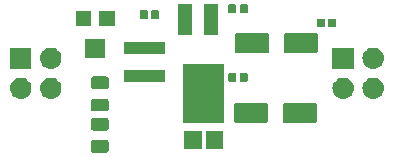
<source format=gbr>
G04 #@! TF.GenerationSoftware,KiCad,Pcbnew,(5.1.2)-2*
G04 #@! TF.CreationDate,2020-05-22T00:57:25-04:00*
G04 #@! TF.ProjectId,SWSupply,53575375-7070-46c7-992e-6b696361645f,rev?*
G04 #@! TF.SameCoordinates,Original*
G04 #@! TF.FileFunction,Soldermask,Top*
G04 #@! TF.FilePolarity,Negative*
%FSLAX46Y46*%
G04 Gerber Fmt 4.6, Leading zero omitted, Abs format (unit mm)*
G04 Created by KiCad (PCBNEW (5.1.2)-2) date 2020-05-22 00:57:25*
%MOMM*%
%LPD*%
G04 APERTURE LIST*
%ADD10C,0.100000*%
G04 APERTURE END LIST*
D10*
G36*
X159884468Y-122503565D02*
G01*
X159923138Y-122515296D01*
X159958777Y-122534346D01*
X159990017Y-122559983D01*
X160015654Y-122591223D01*
X160034704Y-122626862D01*
X160046435Y-122665532D01*
X160051000Y-122711888D01*
X160051000Y-123363112D01*
X160046435Y-123409468D01*
X160034704Y-123448138D01*
X160015654Y-123483777D01*
X159990017Y-123515017D01*
X159958777Y-123540654D01*
X159923138Y-123559704D01*
X159884468Y-123571435D01*
X159838112Y-123576000D01*
X158761888Y-123576000D01*
X158715532Y-123571435D01*
X158676862Y-123559704D01*
X158641223Y-123540654D01*
X158609983Y-123515017D01*
X158584346Y-123483777D01*
X158565296Y-123448138D01*
X158553565Y-123409468D01*
X158549000Y-123363112D01*
X158549000Y-122711888D01*
X158553565Y-122665532D01*
X158565296Y-122626862D01*
X158584346Y-122591223D01*
X158609983Y-122559983D01*
X158641223Y-122534346D01*
X158676862Y-122515296D01*
X158715532Y-122503565D01*
X158761888Y-122499000D01*
X159838112Y-122499000D01*
X159884468Y-122503565D01*
X159884468Y-122503565D01*
G37*
G36*
X169771000Y-123262000D02*
G01*
X168269000Y-123262000D01*
X168269000Y-121770000D01*
X169771000Y-121770000D01*
X169771000Y-123262000D01*
X169771000Y-123262000D01*
G37*
G36*
X167931000Y-123262000D02*
G01*
X166429000Y-123262000D01*
X166429000Y-121770000D01*
X167931000Y-121770000D01*
X167931000Y-123262000D01*
X167931000Y-123262000D01*
G37*
G36*
X159884468Y-120628565D02*
G01*
X159923138Y-120640296D01*
X159958777Y-120659346D01*
X159990017Y-120684983D01*
X160015654Y-120716223D01*
X160034704Y-120751862D01*
X160046435Y-120790532D01*
X160051000Y-120836888D01*
X160051000Y-121488112D01*
X160046435Y-121534468D01*
X160034704Y-121573138D01*
X160015654Y-121608777D01*
X159990017Y-121640017D01*
X159958777Y-121665654D01*
X159923138Y-121684704D01*
X159884468Y-121696435D01*
X159838112Y-121701000D01*
X158761888Y-121701000D01*
X158715532Y-121696435D01*
X158676862Y-121684704D01*
X158641223Y-121665654D01*
X158609983Y-121640017D01*
X158584346Y-121608777D01*
X158565296Y-121573138D01*
X158553565Y-121534468D01*
X158549000Y-121488112D01*
X158549000Y-120836888D01*
X158553565Y-120790532D01*
X158565296Y-120751862D01*
X158584346Y-120716223D01*
X158609983Y-120684983D01*
X158641223Y-120659346D01*
X158676862Y-120640296D01*
X158715532Y-120628565D01*
X158761888Y-120624000D01*
X159838112Y-120624000D01*
X159884468Y-120628565D01*
X159884468Y-120628565D01*
G37*
G36*
X177530998Y-119378052D02*
G01*
X177564653Y-119388262D01*
X177595666Y-119404839D01*
X177622852Y-119427150D01*
X177645163Y-119454336D01*
X177661740Y-119485349D01*
X177671950Y-119519004D01*
X177676001Y-119560139D01*
X177676001Y-120889863D01*
X177671950Y-120930998D01*
X177661740Y-120964653D01*
X177645163Y-120995666D01*
X177622852Y-121022852D01*
X177595666Y-121045163D01*
X177564653Y-121061740D01*
X177530998Y-121071950D01*
X177489863Y-121076001D01*
X174985139Y-121076001D01*
X174944004Y-121071950D01*
X174910349Y-121061740D01*
X174879336Y-121045163D01*
X174852150Y-121022852D01*
X174829839Y-120995666D01*
X174813262Y-120964653D01*
X174803052Y-120930998D01*
X174799001Y-120889863D01*
X174799001Y-119560139D01*
X174803052Y-119519004D01*
X174813262Y-119485349D01*
X174829839Y-119454336D01*
X174852150Y-119427150D01*
X174879336Y-119404839D01*
X174910349Y-119388262D01*
X174944004Y-119378052D01*
X174985139Y-119374001D01*
X177489863Y-119374001D01*
X177530998Y-119378052D01*
X177530998Y-119378052D01*
G37*
G36*
X173405998Y-119378052D02*
G01*
X173439653Y-119388262D01*
X173470666Y-119404839D01*
X173497852Y-119427150D01*
X173520163Y-119454336D01*
X173536740Y-119485349D01*
X173546950Y-119519004D01*
X173551001Y-119560139D01*
X173551001Y-120889863D01*
X173546950Y-120930998D01*
X173536740Y-120964653D01*
X173520163Y-120995666D01*
X173497852Y-121022852D01*
X173470666Y-121045163D01*
X173439653Y-121061740D01*
X173405998Y-121071950D01*
X173364863Y-121076001D01*
X170860139Y-121076001D01*
X170819004Y-121071950D01*
X170785349Y-121061740D01*
X170754336Y-121045163D01*
X170727150Y-121022852D01*
X170704839Y-120995666D01*
X170688262Y-120964653D01*
X170678052Y-120930998D01*
X170674001Y-120889863D01*
X170674001Y-119560139D01*
X170678052Y-119519004D01*
X170688262Y-119485349D01*
X170704839Y-119454336D01*
X170727150Y-119427150D01*
X170754336Y-119404839D01*
X170785349Y-119388262D01*
X170819004Y-119378052D01*
X170860139Y-119374001D01*
X173364863Y-119374001D01*
X173405998Y-119378052D01*
X173405998Y-119378052D01*
G37*
G36*
X169831000Y-121026000D02*
G01*
X166369000Y-121026000D01*
X166369000Y-116064000D01*
X169831000Y-116064000D01*
X169831000Y-121026000D01*
X169831000Y-121026000D01*
G37*
G36*
X159884468Y-119003565D02*
G01*
X159923138Y-119015296D01*
X159958777Y-119034346D01*
X159990017Y-119059983D01*
X160015654Y-119091223D01*
X160034704Y-119126862D01*
X160046435Y-119165532D01*
X160051000Y-119211888D01*
X160051000Y-119863112D01*
X160046435Y-119909468D01*
X160034704Y-119948138D01*
X160015654Y-119983777D01*
X159990017Y-120015017D01*
X159958777Y-120040654D01*
X159923138Y-120059704D01*
X159884468Y-120071435D01*
X159838112Y-120076000D01*
X158761888Y-120076000D01*
X158715532Y-120071435D01*
X158676862Y-120059704D01*
X158641223Y-120040654D01*
X158609983Y-120015017D01*
X158584346Y-119983777D01*
X158565296Y-119948138D01*
X158553565Y-119909468D01*
X158549000Y-119863112D01*
X158549000Y-119211888D01*
X158553565Y-119165532D01*
X158565296Y-119126862D01*
X158584346Y-119091223D01*
X158609983Y-119059983D01*
X158641223Y-119034346D01*
X158676862Y-119015296D01*
X158715532Y-119003565D01*
X158761888Y-118999000D01*
X159838112Y-118999000D01*
X159884468Y-119003565D01*
X159884468Y-119003565D01*
G37*
G36*
X152710442Y-117225518D02*
G01*
X152776627Y-117232037D01*
X152946466Y-117283557D01*
X153102991Y-117367222D01*
X153134706Y-117393250D01*
X153240186Y-117479814D01*
X153304212Y-117557831D01*
X153352778Y-117617009D01*
X153436443Y-117773534D01*
X153487963Y-117943373D01*
X153505359Y-118120000D01*
X153487963Y-118296627D01*
X153436443Y-118466466D01*
X153352778Y-118622991D01*
X153323448Y-118658729D01*
X153240186Y-118760186D01*
X153138729Y-118843448D01*
X153102991Y-118872778D01*
X152946466Y-118956443D01*
X152776627Y-119007963D01*
X152710443Y-119014481D01*
X152644260Y-119021000D01*
X152555740Y-119021000D01*
X152489557Y-119014481D01*
X152423373Y-119007963D01*
X152253534Y-118956443D01*
X152097009Y-118872778D01*
X152061271Y-118843448D01*
X151959814Y-118760186D01*
X151876552Y-118658729D01*
X151847222Y-118622991D01*
X151763557Y-118466466D01*
X151712037Y-118296627D01*
X151694641Y-118120000D01*
X151712037Y-117943373D01*
X151763557Y-117773534D01*
X151847222Y-117617009D01*
X151895788Y-117557831D01*
X151959814Y-117479814D01*
X152065294Y-117393250D01*
X152097009Y-117367222D01*
X152253534Y-117283557D01*
X152423373Y-117232037D01*
X152489558Y-117225518D01*
X152555740Y-117219000D01*
X152644260Y-117219000D01*
X152710442Y-117225518D01*
X152710442Y-117225518D01*
G37*
G36*
X155250442Y-117225518D02*
G01*
X155316627Y-117232037D01*
X155486466Y-117283557D01*
X155642991Y-117367222D01*
X155674706Y-117393250D01*
X155780186Y-117479814D01*
X155844212Y-117557831D01*
X155892778Y-117617009D01*
X155976443Y-117773534D01*
X156027963Y-117943373D01*
X156045359Y-118120000D01*
X156027963Y-118296627D01*
X155976443Y-118466466D01*
X155892778Y-118622991D01*
X155863448Y-118658729D01*
X155780186Y-118760186D01*
X155678729Y-118843448D01*
X155642991Y-118872778D01*
X155486466Y-118956443D01*
X155316627Y-119007963D01*
X155250443Y-119014481D01*
X155184260Y-119021000D01*
X155095740Y-119021000D01*
X155029557Y-119014481D01*
X154963373Y-119007963D01*
X154793534Y-118956443D01*
X154637009Y-118872778D01*
X154601271Y-118843448D01*
X154499814Y-118760186D01*
X154416552Y-118658729D01*
X154387222Y-118622991D01*
X154303557Y-118466466D01*
X154252037Y-118296627D01*
X154234641Y-118120000D01*
X154252037Y-117943373D01*
X154303557Y-117773534D01*
X154387222Y-117617009D01*
X154435788Y-117557831D01*
X154499814Y-117479814D01*
X154605294Y-117393250D01*
X154637009Y-117367222D01*
X154793534Y-117283557D01*
X154963373Y-117232037D01*
X155029558Y-117225518D01*
X155095740Y-117219000D01*
X155184260Y-117219000D01*
X155250442Y-117225518D01*
X155250442Y-117225518D01*
G37*
G36*
X182550442Y-117225518D02*
G01*
X182616627Y-117232037D01*
X182786466Y-117283557D01*
X182942991Y-117367222D01*
X182974706Y-117393250D01*
X183080186Y-117479814D01*
X183144212Y-117557831D01*
X183192778Y-117617009D01*
X183276443Y-117773534D01*
X183327963Y-117943373D01*
X183345359Y-118120000D01*
X183327963Y-118296627D01*
X183276443Y-118466466D01*
X183192778Y-118622991D01*
X183163448Y-118658729D01*
X183080186Y-118760186D01*
X182978729Y-118843448D01*
X182942991Y-118872778D01*
X182786466Y-118956443D01*
X182616627Y-119007963D01*
X182550443Y-119014481D01*
X182484260Y-119021000D01*
X182395740Y-119021000D01*
X182329557Y-119014481D01*
X182263373Y-119007963D01*
X182093534Y-118956443D01*
X181937009Y-118872778D01*
X181901271Y-118843448D01*
X181799814Y-118760186D01*
X181716552Y-118658729D01*
X181687222Y-118622991D01*
X181603557Y-118466466D01*
X181552037Y-118296627D01*
X181534641Y-118120000D01*
X181552037Y-117943373D01*
X181603557Y-117773534D01*
X181687222Y-117617009D01*
X181735788Y-117557831D01*
X181799814Y-117479814D01*
X181905294Y-117393250D01*
X181937009Y-117367222D01*
X182093534Y-117283557D01*
X182263373Y-117232037D01*
X182329558Y-117225518D01*
X182395740Y-117219000D01*
X182484260Y-117219000D01*
X182550442Y-117225518D01*
X182550442Y-117225518D01*
G37*
G36*
X180010442Y-117225518D02*
G01*
X180076627Y-117232037D01*
X180246466Y-117283557D01*
X180402991Y-117367222D01*
X180434706Y-117393250D01*
X180540186Y-117479814D01*
X180604212Y-117557831D01*
X180652778Y-117617009D01*
X180736443Y-117773534D01*
X180787963Y-117943373D01*
X180805359Y-118120000D01*
X180787963Y-118296627D01*
X180736443Y-118466466D01*
X180652778Y-118622991D01*
X180623448Y-118658729D01*
X180540186Y-118760186D01*
X180438729Y-118843448D01*
X180402991Y-118872778D01*
X180246466Y-118956443D01*
X180076627Y-119007963D01*
X180010443Y-119014481D01*
X179944260Y-119021000D01*
X179855740Y-119021000D01*
X179789557Y-119014481D01*
X179723373Y-119007963D01*
X179553534Y-118956443D01*
X179397009Y-118872778D01*
X179361271Y-118843448D01*
X179259814Y-118760186D01*
X179176552Y-118658729D01*
X179147222Y-118622991D01*
X179063557Y-118466466D01*
X179012037Y-118296627D01*
X178994641Y-118120000D01*
X179012037Y-117943373D01*
X179063557Y-117773534D01*
X179147222Y-117617009D01*
X179195788Y-117557831D01*
X179259814Y-117479814D01*
X179365294Y-117393250D01*
X179397009Y-117367222D01*
X179553534Y-117283557D01*
X179723373Y-117232037D01*
X179789558Y-117225518D01*
X179855740Y-117219000D01*
X179944260Y-117219000D01*
X180010442Y-117225518D01*
X180010442Y-117225518D01*
G37*
G36*
X159884468Y-117128565D02*
G01*
X159923138Y-117140296D01*
X159958777Y-117159346D01*
X159990017Y-117184983D01*
X160015654Y-117216223D01*
X160034704Y-117251862D01*
X160046435Y-117290532D01*
X160051000Y-117336888D01*
X160051000Y-117988112D01*
X160046435Y-118034468D01*
X160034704Y-118073138D01*
X160015654Y-118108777D01*
X159990017Y-118140017D01*
X159958777Y-118165654D01*
X159923138Y-118184704D01*
X159884468Y-118196435D01*
X159838112Y-118201000D01*
X158761888Y-118201000D01*
X158715532Y-118196435D01*
X158676862Y-118184704D01*
X158641223Y-118165654D01*
X158609983Y-118140017D01*
X158584346Y-118108777D01*
X158565296Y-118073138D01*
X158553565Y-118034468D01*
X158549000Y-117988112D01*
X158549000Y-117336888D01*
X158553565Y-117290532D01*
X158565296Y-117251862D01*
X158584346Y-117216223D01*
X158609983Y-117184983D01*
X158641223Y-117159346D01*
X158676862Y-117140296D01*
X158715532Y-117128565D01*
X158761888Y-117124000D01*
X159838112Y-117124000D01*
X159884468Y-117128565D01*
X159884468Y-117128565D01*
G37*
G36*
X164851000Y-117626000D02*
G01*
X161349000Y-117626000D01*
X161349000Y-116544000D01*
X164851000Y-116544000D01*
X164851000Y-117626000D01*
X164851000Y-117626000D01*
G37*
G36*
X170771938Y-116831716D02*
G01*
X170792557Y-116837971D01*
X170811553Y-116848124D01*
X170828208Y-116861792D01*
X170841876Y-116878447D01*
X170852029Y-116897443D01*
X170858284Y-116918062D01*
X170861000Y-116945640D01*
X170861000Y-117454360D01*
X170858284Y-117481938D01*
X170852029Y-117502557D01*
X170841876Y-117521553D01*
X170828208Y-117538208D01*
X170811553Y-117551876D01*
X170792557Y-117562029D01*
X170771938Y-117568284D01*
X170744360Y-117571000D01*
X170285640Y-117571000D01*
X170258062Y-117568284D01*
X170237443Y-117562029D01*
X170218447Y-117551876D01*
X170201792Y-117538208D01*
X170188124Y-117521553D01*
X170177971Y-117502557D01*
X170171716Y-117481938D01*
X170169000Y-117454360D01*
X170169000Y-116945640D01*
X170171716Y-116918062D01*
X170177971Y-116897443D01*
X170188124Y-116878447D01*
X170201792Y-116861792D01*
X170218447Y-116848124D01*
X170237443Y-116837971D01*
X170258062Y-116831716D01*
X170285640Y-116829000D01*
X170744360Y-116829000D01*
X170771938Y-116831716D01*
X170771938Y-116831716D01*
G37*
G36*
X171741938Y-116831716D02*
G01*
X171762557Y-116837971D01*
X171781553Y-116848124D01*
X171798208Y-116861792D01*
X171811876Y-116878447D01*
X171822029Y-116897443D01*
X171828284Y-116918062D01*
X171831000Y-116945640D01*
X171831000Y-117454360D01*
X171828284Y-117481938D01*
X171822029Y-117502557D01*
X171811876Y-117521553D01*
X171798208Y-117538208D01*
X171781553Y-117551876D01*
X171762557Y-117562029D01*
X171741938Y-117568284D01*
X171714360Y-117571000D01*
X171255640Y-117571000D01*
X171228062Y-117568284D01*
X171207443Y-117562029D01*
X171188447Y-117551876D01*
X171171792Y-117538208D01*
X171158124Y-117521553D01*
X171147971Y-117502557D01*
X171141716Y-117481938D01*
X171139000Y-117454360D01*
X171139000Y-116945640D01*
X171141716Y-116918062D01*
X171147971Y-116897443D01*
X171158124Y-116878447D01*
X171171792Y-116861792D01*
X171188447Y-116848124D01*
X171207443Y-116837971D01*
X171228062Y-116831716D01*
X171255640Y-116829000D01*
X171714360Y-116829000D01*
X171741938Y-116831716D01*
X171741938Y-116831716D01*
G37*
G36*
X180801000Y-116481000D02*
G01*
X178999000Y-116481000D01*
X178999000Y-114679000D01*
X180801000Y-114679000D01*
X180801000Y-116481000D01*
X180801000Y-116481000D01*
G37*
G36*
X155250442Y-114685518D02*
G01*
X155316627Y-114692037D01*
X155486466Y-114743557D01*
X155642991Y-114827222D01*
X155678729Y-114856552D01*
X155780186Y-114939814D01*
X155834500Y-115005997D01*
X155892778Y-115077009D01*
X155976443Y-115233534D01*
X156027963Y-115403373D01*
X156045359Y-115580000D01*
X156027963Y-115756627D01*
X155976443Y-115926466D01*
X155892778Y-116082991D01*
X155863448Y-116118729D01*
X155780186Y-116220186D01*
X155678729Y-116303448D01*
X155642991Y-116332778D01*
X155486466Y-116416443D01*
X155316627Y-116467963D01*
X155250442Y-116474482D01*
X155184260Y-116481000D01*
X155095740Y-116481000D01*
X155029558Y-116474482D01*
X154963373Y-116467963D01*
X154793534Y-116416443D01*
X154637009Y-116332778D01*
X154601271Y-116303448D01*
X154499814Y-116220186D01*
X154416552Y-116118729D01*
X154387222Y-116082991D01*
X154303557Y-115926466D01*
X154252037Y-115756627D01*
X154234641Y-115580000D01*
X154252037Y-115403373D01*
X154303557Y-115233534D01*
X154387222Y-115077009D01*
X154445500Y-115005997D01*
X154499814Y-114939814D01*
X154601271Y-114856552D01*
X154637009Y-114827222D01*
X154793534Y-114743557D01*
X154963373Y-114692037D01*
X155029558Y-114685518D01*
X155095740Y-114679000D01*
X155184260Y-114679000D01*
X155250442Y-114685518D01*
X155250442Y-114685518D01*
G37*
G36*
X182550442Y-114685518D02*
G01*
X182616627Y-114692037D01*
X182786466Y-114743557D01*
X182942991Y-114827222D01*
X182978729Y-114856552D01*
X183080186Y-114939814D01*
X183134500Y-115005997D01*
X183192778Y-115077009D01*
X183276443Y-115233534D01*
X183327963Y-115403373D01*
X183345359Y-115580000D01*
X183327963Y-115756627D01*
X183276443Y-115926466D01*
X183192778Y-116082991D01*
X183163448Y-116118729D01*
X183080186Y-116220186D01*
X182978729Y-116303448D01*
X182942991Y-116332778D01*
X182786466Y-116416443D01*
X182616627Y-116467963D01*
X182550442Y-116474482D01*
X182484260Y-116481000D01*
X182395740Y-116481000D01*
X182329558Y-116474482D01*
X182263373Y-116467963D01*
X182093534Y-116416443D01*
X181937009Y-116332778D01*
X181901271Y-116303448D01*
X181799814Y-116220186D01*
X181716552Y-116118729D01*
X181687222Y-116082991D01*
X181603557Y-115926466D01*
X181552037Y-115756627D01*
X181534641Y-115580000D01*
X181552037Y-115403373D01*
X181603557Y-115233534D01*
X181687222Y-115077009D01*
X181745500Y-115005997D01*
X181799814Y-114939814D01*
X181901271Y-114856552D01*
X181937009Y-114827222D01*
X182093534Y-114743557D01*
X182263373Y-114692037D01*
X182329558Y-114685518D01*
X182395740Y-114679000D01*
X182484260Y-114679000D01*
X182550442Y-114685518D01*
X182550442Y-114685518D01*
G37*
G36*
X153501000Y-116481000D02*
G01*
X151699000Y-116481000D01*
X151699000Y-114679000D01*
X153501000Y-114679000D01*
X153501000Y-116481000D01*
X153501000Y-116481000D01*
G37*
G36*
X159751000Y-115576000D02*
G01*
X158049000Y-115576000D01*
X158049000Y-113974000D01*
X159751000Y-113974000D01*
X159751000Y-115576000D01*
X159751000Y-115576000D01*
G37*
G36*
X164851000Y-115256000D02*
G01*
X161349000Y-115256000D01*
X161349000Y-114174000D01*
X164851000Y-114174000D01*
X164851000Y-115256000D01*
X164851000Y-115256000D01*
G37*
G36*
X177605997Y-113453051D02*
G01*
X177639652Y-113463261D01*
X177670665Y-113479838D01*
X177697851Y-113502149D01*
X177720162Y-113529335D01*
X177736739Y-113560348D01*
X177746949Y-113594003D01*
X177751000Y-113635138D01*
X177751000Y-114964862D01*
X177746949Y-115005997D01*
X177736739Y-115039652D01*
X177720162Y-115070665D01*
X177697851Y-115097851D01*
X177670665Y-115120162D01*
X177639652Y-115136739D01*
X177605997Y-115146949D01*
X177564862Y-115151000D01*
X175060138Y-115151000D01*
X175019003Y-115146949D01*
X174985348Y-115136739D01*
X174954335Y-115120162D01*
X174927149Y-115097851D01*
X174904838Y-115070665D01*
X174888261Y-115039652D01*
X174878051Y-115005997D01*
X174874000Y-114964862D01*
X174874000Y-113635138D01*
X174878051Y-113594003D01*
X174888261Y-113560348D01*
X174904838Y-113529335D01*
X174927149Y-113502149D01*
X174954335Y-113479838D01*
X174985348Y-113463261D01*
X175019003Y-113453051D01*
X175060138Y-113449000D01*
X177564862Y-113449000D01*
X177605997Y-113453051D01*
X177605997Y-113453051D01*
G37*
G36*
X173480997Y-113453051D02*
G01*
X173514652Y-113463261D01*
X173545665Y-113479838D01*
X173572851Y-113502149D01*
X173595162Y-113529335D01*
X173611739Y-113560348D01*
X173621949Y-113594003D01*
X173626000Y-113635138D01*
X173626000Y-114964862D01*
X173621949Y-115005997D01*
X173611739Y-115039652D01*
X173595162Y-115070665D01*
X173572851Y-115097851D01*
X173545665Y-115120162D01*
X173514652Y-115136739D01*
X173480997Y-115146949D01*
X173439862Y-115151000D01*
X170935138Y-115151000D01*
X170894003Y-115146949D01*
X170860348Y-115136739D01*
X170829335Y-115120162D01*
X170802149Y-115097851D01*
X170779838Y-115070665D01*
X170763261Y-115039652D01*
X170753051Y-115005997D01*
X170749000Y-114964862D01*
X170749000Y-113635138D01*
X170753051Y-113594003D01*
X170763261Y-113560348D01*
X170779838Y-113529335D01*
X170802149Y-113502149D01*
X170829335Y-113479838D01*
X170860348Y-113463261D01*
X170894003Y-113453051D01*
X170935138Y-113449000D01*
X173439862Y-113449000D01*
X173480997Y-113453051D01*
X173480997Y-113453051D01*
G37*
G36*
X169281000Y-113626000D02*
G01*
X168119000Y-113626000D01*
X168119000Y-110974000D01*
X169281000Y-110974000D01*
X169281000Y-113626000D01*
X169281000Y-113626000D01*
G37*
G36*
X167081000Y-113626000D02*
G01*
X165919000Y-113626000D01*
X165919000Y-110974000D01*
X167081000Y-110974000D01*
X167081000Y-113626000D01*
X167081000Y-113626000D01*
G37*
G36*
X178271938Y-112231716D02*
G01*
X178292557Y-112237971D01*
X178311553Y-112248124D01*
X178328208Y-112261792D01*
X178341876Y-112278447D01*
X178352029Y-112297443D01*
X178358284Y-112318062D01*
X178361000Y-112345640D01*
X178361000Y-112854360D01*
X178358284Y-112881938D01*
X178352029Y-112902557D01*
X178341876Y-112921553D01*
X178328208Y-112938208D01*
X178311553Y-112951876D01*
X178292557Y-112962029D01*
X178271938Y-112968284D01*
X178244360Y-112971000D01*
X177785640Y-112971000D01*
X177758062Y-112968284D01*
X177737443Y-112962029D01*
X177718447Y-112951876D01*
X177701792Y-112938208D01*
X177688124Y-112921553D01*
X177677971Y-112902557D01*
X177671716Y-112881938D01*
X177669000Y-112854360D01*
X177669000Y-112345640D01*
X177671716Y-112318062D01*
X177677971Y-112297443D01*
X177688124Y-112278447D01*
X177701792Y-112261792D01*
X177718447Y-112248124D01*
X177737443Y-112237971D01*
X177758062Y-112231716D01*
X177785640Y-112229000D01*
X178244360Y-112229000D01*
X178271938Y-112231716D01*
X178271938Y-112231716D01*
G37*
G36*
X179241938Y-112231716D02*
G01*
X179262557Y-112237971D01*
X179281553Y-112248124D01*
X179298208Y-112261792D01*
X179311876Y-112278447D01*
X179322029Y-112297443D01*
X179328284Y-112318062D01*
X179331000Y-112345640D01*
X179331000Y-112854360D01*
X179328284Y-112881938D01*
X179322029Y-112902557D01*
X179311876Y-112921553D01*
X179298208Y-112938208D01*
X179281553Y-112951876D01*
X179262557Y-112962029D01*
X179241938Y-112968284D01*
X179214360Y-112971000D01*
X178755640Y-112971000D01*
X178728062Y-112968284D01*
X178707443Y-112962029D01*
X178688447Y-112951876D01*
X178671792Y-112938208D01*
X178658124Y-112921553D01*
X178647971Y-112902557D01*
X178641716Y-112881938D01*
X178639000Y-112854360D01*
X178639000Y-112345640D01*
X178641716Y-112318062D01*
X178647971Y-112297443D01*
X178658124Y-112278447D01*
X178671792Y-112261792D01*
X178688447Y-112248124D01*
X178707443Y-112237971D01*
X178728062Y-112231716D01*
X178755640Y-112229000D01*
X179214360Y-112229000D01*
X179241938Y-112231716D01*
X179241938Y-112231716D01*
G37*
G36*
X158551000Y-112876000D02*
G01*
X157249000Y-112876000D01*
X157249000Y-111574000D01*
X158551000Y-111574000D01*
X158551000Y-112876000D01*
X158551000Y-112876000D01*
G37*
G36*
X160551000Y-112876000D02*
G01*
X159249000Y-112876000D01*
X159249000Y-111574000D01*
X160551000Y-111574000D01*
X160551000Y-112876000D01*
X160551000Y-112876000D01*
G37*
G36*
X163271938Y-111531716D02*
G01*
X163292557Y-111537971D01*
X163311553Y-111548124D01*
X163328208Y-111561792D01*
X163341876Y-111578447D01*
X163352029Y-111597443D01*
X163358284Y-111618062D01*
X163361000Y-111645640D01*
X163361000Y-112154360D01*
X163358284Y-112181938D01*
X163352029Y-112202557D01*
X163341876Y-112221553D01*
X163328208Y-112238208D01*
X163311553Y-112251876D01*
X163292557Y-112262029D01*
X163271938Y-112268284D01*
X163244360Y-112271000D01*
X162785640Y-112271000D01*
X162758062Y-112268284D01*
X162737443Y-112262029D01*
X162718447Y-112251876D01*
X162701792Y-112238208D01*
X162688124Y-112221553D01*
X162677971Y-112202557D01*
X162671716Y-112181938D01*
X162669000Y-112154360D01*
X162669000Y-111645640D01*
X162671716Y-111618062D01*
X162677971Y-111597443D01*
X162688124Y-111578447D01*
X162701792Y-111561792D01*
X162718447Y-111548124D01*
X162737443Y-111537971D01*
X162758062Y-111531716D01*
X162785640Y-111529000D01*
X163244360Y-111529000D01*
X163271938Y-111531716D01*
X163271938Y-111531716D01*
G37*
G36*
X164241938Y-111531716D02*
G01*
X164262557Y-111537971D01*
X164281553Y-111548124D01*
X164298208Y-111561792D01*
X164311876Y-111578447D01*
X164322029Y-111597443D01*
X164328284Y-111618062D01*
X164331000Y-111645640D01*
X164331000Y-112154360D01*
X164328284Y-112181938D01*
X164322029Y-112202557D01*
X164311876Y-112221553D01*
X164298208Y-112238208D01*
X164281553Y-112251876D01*
X164262557Y-112262029D01*
X164241938Y-112268284D01*
X164214360Y-112271000D01*
X163755640Y-112271000D01*
X163728062Y-112268284D01*
X163707443Y-112262029D01*
X163688447Y-112251876D01*
X163671792Y-112238208D01*
X163658124Y-112221553D01*
X163647971Y-112202557D01*
X163641716Y-112181938D01*
X163639000Y-112154360D01*
X163639000Y-111645640D01*
X163641716Y-111618062D01*
X163647971Y-111597443D01*
X163658124Y-111578447D01*
X163671792Y-111561792D01*
X163688447Y-111548124D01*
X163707443Y-111537971D01*
X163728062Y-111531716D01*
X163755640Y-111529000D01*
X164214360Y-111529000D01*
X164241938Y-111531716D01*
X164241938Y-111531716D01*
G37*
G36*
X171741938Y-111031716D02*
G01*
X171762557Y-111037971D01*
X171781553Y-111048124D01*
X171798208Y-111061792D01*
X171811876Y-111078447D01*
X171822029Y-111097443D01*
X171828284Y-111118062D01*
X171831000Y-111145640D01*
X171831000Y-111654360D01*
X171828284Y-111681938D01*
X171822029Y-111702557D01*
X171811876Y-111721553D01*
X171798208Y-111738208D01*
X171781553Y-111751876D01*
X171762557Y-111762029D01*
X171741938Y-111768284D01*
X171714360Y-111771000D01*
X171255640Y-111771000D01*
X171228062Y-111768284D01*
X171207443Y-111762029D01*
X171188447Y-111751876D01*
X171171792Y-111738208D01*
X171158124Y-111721553D01*
X171147971Y-111702557D01*
X171141716Y-111681938D01*
X171139000Y-111654360D01*
X171139000Y-111145640D01*
X171141716Y-111118062D01*
X171147971Y-111097443D01*
X171158124Y-111078447D01*
X171171792Y-111061792D01*
X171188447Y-111048124D01*
X171207443Y-111037971D01*
X171228062Y-111031716D01*
X171255640Y-111029000D01*
X171714360Y-111029000D01*
X171741938Y-111031716D01*
X171741938Y-111031716D01*
G37*
G36*
X170771938Y-111031716D02*
G01*
X170792557Y-111037971D01*
X170811553Y-111048124D01*
X170828208Y-111061792D01*
X170841876Y-111078447D01*
X170852029Y-111097443D01*
X170858284Y-111118062D01*
X170861000Y-111145640D01*
X170861000Y-111654360D01*
X170858284Y-111681938D01*
X170852029Y-111702557D01*
X170841876Y-111721553D01*
X170828208Y-111738208D01*
X170811553Y-111751876D01*
X170792557Y-111762029D01*
X170771938Y-111768284D01*
X170744360Y-111771000D01*
X170285640Y-111771000D01*
X170258062Y-111768284D01*
X170237443Y-111762029D01*
X170218447Y-111751876D01*
X170201792Y-111738208D01*
X170188124Y-111721553D01*
X170177971Y-111702557D01*
X170171716Y-111681938D01*
X170169000Y-111654360D01*
X170169000Y-111145640D01*
X170171716Y-111118062D01*
X170177971Y-111097443D01*
X170188124Y-111078447D01*
X170201792Y-111061792D01*
X170218447Y-111048124D01*
X170237443Y-111037971D01*
X170258062Y-111031716D01*
X170285640Y-111029000D01*
X170744360Y-111029000D01*
X170771938Y-111031716D01*
X170771938Y-111031716D01*
G37*
M02*

</source>
